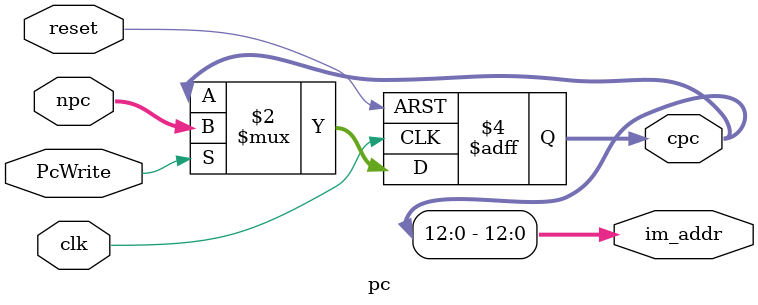
<source format=v>
module pc(clk,reset,npc,cpc,im_addr,PcWrite);
  input clk,reset,PcWrite;
  input[31:0] npc;
  output reg[31:0] cpc;
  output[12:0] im_addr;
  assign im_addr=cpc[12:0];
  always@(posedge clk or posedge reset)
  begin
    if(reset)
    begin
      cpc<=32'h0000_3000;
    end
    else if(PcWrite)
      cpc<=npc;
  end
endmodule
</source>
